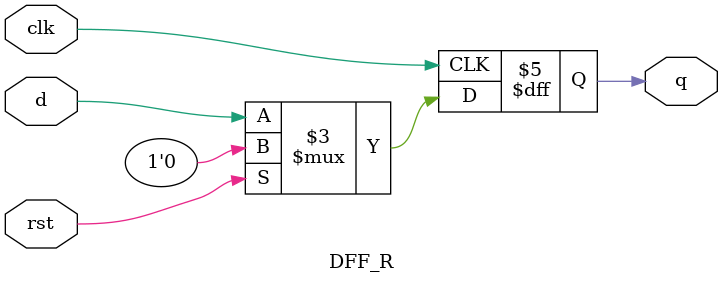
<source format=sv>
`timescale 1ns / 1ps


module DFF_R(input logic d, clk, rst,
output logic q );
always_ff @(posedge clk)
begin
if(rst) begin
q <= 1'b0;
end
else begin
q <= d;
end
end

endmodule

</source>
